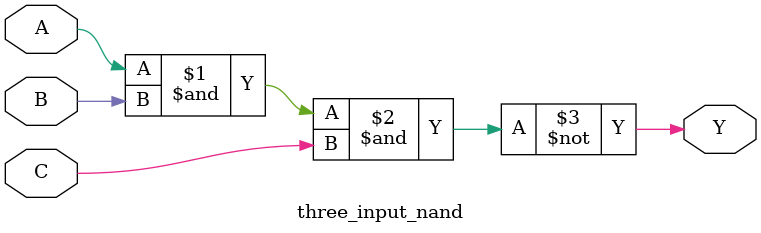
<source format=v>
module three_input_nand (
  input A,
  input B,
  input C,
  output Y
);

  assign Y = ~ (A & B & C);

endmodule
</source>
